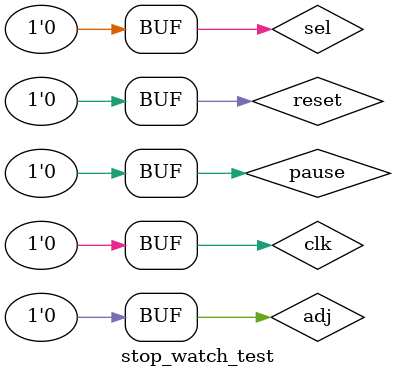
<source format=v>
`timescale 1ns / 1ps


module stop_watch_test;

	// Inputs
	reg reset;
	reg pause;
	reg sel;
	reg adj;
	reg clk;

	// Outputs
	wire [3:0] m0;
	wire [3:0] m1;
	wire [3:0] s0;
	wire [3:0] s1;
	wire [7:0] seg;
	wire [3:0] ad;

	// Instantiate the Unit Under Test (UUT)
	stop_watch uut (
		.reset(reset), 
		.pause(pause), 
		.sel(sel), 
		.adj(adj), 
		.clk(clk), 
		.m0(m0), 
		.m1(m1), 
		.s0(s0), 
		.s1(s1), 
		.seg(seg), 
		.ad(ad)
	);

	initial begin
		// Initialize Inputs
		reset = 0;
		pause = 0;
		sel = 0;
		adj = 0;
		clk = 0;

		// Wait 100 ns for global reset to finish
		#100;
        
		// Add stimulus here

	end
      
endmodule


</source>
